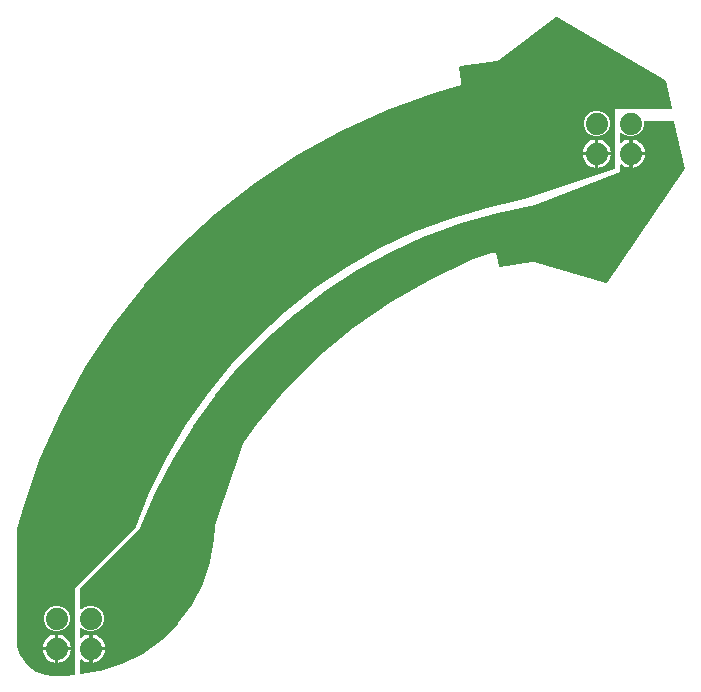
<source format=gtl>
G04 EAGLE Gerber X2 export*
G75*
%MOMM*%
%FSLAX34Y34*%
%LPD*%
%AMOC8*
5,1,8,0,0,1.08239X$1,22.5*%
G01*
%ADD10C,1.879600*%

G36*
X43185Y2543D02*
X43185Y2543D01*
X43203Y2541D01*
X50830Y2839D01*
X50835Y2840D01*
X50839Y2840D01*
X50955Y2865D01*
X51071Y2888D01*
X51075Y2891D01*
X51080Y2892D01*
X51182Y2953D01*
X51283Y3012D01*
X51287Y3015D01*
X51291Y3018D01*
X51368Y3108D01*
X51446Y3197D01*
X51448Y3201D01*
X51451Y3205D01*
X51495Y3315D01*
X51541Y3423D01*
X51541Y3428D01*
X51543Y3433D01*
X51561Y3600D01*
X51561Y75885D01*
X102138Y126462D01*
X102179Y126518D01*
X102227Y126568D01*
X102263Y126635D01*
X102282Y126661D01*
X102288Y126682D01*
X102306Y126716D01*
X114364Y156701D01*
X128616Y185675D01*
X144994Y213503D01*
X163405Y240030D01*
X183748Y265106D01*
X205907Y288592D01*
X229760Y310357D01*
X255172Y330278D01*
X282002Y348244D01*
X310099Y364156D01*
X339307Y377922D01*
X369463Y389468D01*
X400396Y398728D01*
X431963Y405656D01*
X431989Y405667D01*
X432041Y405678D01*
X508241Y431078D01*
X508259Y431088D01*
X508280Y431092D01*
X508368Y431145D01*
X508458Y431192D01*
X508473Y431207D01*
X508491Y431218D01*
X508558Y431296D01*
X508628Y431370D01*
X508637Y431389D01*
X508651Y431405D01*
X508689Y431500D01*
X508733Y431593D01*
X508735Y431614D01*
X508743Y431633D01*
X508761Y431800D01*
X508761Y481839D01*
X556252Y481839D01*
X556351Y481855D01*
X556450Y481865D01*
X556472Y481875D01*
X556495Y481879D01*
X556583Y481925D01*
X556674Y481966D01*
X556691Y481982D01*
X556713Y481994D01*
X556781Y482066D01*
X556854Y482134D01*
X556865Y482155D01*
X556882Y482172D01*
X556924Y482262D01*
X556971Y482350D01*
X556975Y482373D01*
X556986Y482395D01*
X556997Y482494D01*
X557014Y482592D01*
X557011Y482622D01*
X557013Y482639D01*
X557006Y482672D01*
X556997Y482759D01*
X552047Y505954D01*
X552009Y506053D01*
X551974Y506154D01*
X551964Y506167D01*
X551958Y506183D01*
X551890Y506265D01*
X551825Y506349D01*
X551808Y506362D01*
X551800Y506371D01*
X551774Y506387D01*
X551690Y506450D01*
X460342Y560472D01*
X460234Y560514D01*
X460126Y560559D01*
X460119Y560559D01*
X460113Y560562D01*
X459998Y560567D01*
X459881Y560575D01*
X459874Y560573D01*
X459867Y560573D01*
X459756Y560541D01*
X459643Y560512D01*
X459636Y560507D01*
X459631Y560506D01*
X459614Y560494D01*
X459499Y560427D01*
X410848Y524035D01*
X410830Y524015D01*
X410807Y524001D01*
X410693Y523879D01*
X410353Y523421D01*
X410138Y523389D01*
X410039Y523357D01*
X409938Y523331D01*
X409918Y523319D01*
X409904Y523314D01*
X409878Y523295D01*
X409793Y523246D01*
X409619Y523115D01*
X409055Y523196D01*
X409029Y523196D01*
X409003Y523202D01*
X408835Y523196D01*
X378067Y518638D01*
X377956Y518602D01*
X377845Y518569D01*
X377839Y518565D01*
X377832Y518563D01*
X377739Y518494D01*
X377644Y518427D01*
X377640Y518421D01*
X377634Y518417D01*
X377567Y518322D01*
X377499Y518228D01*
X377497Y518222D01*
X377493Y518216D01*
X377460Y518104D01*
X377425Y517994D01*
X377425Y517985D01*
X377423Y517980D01*
X377424Y517960D01*
X377419Y517826D01*
X378430Y504693D01*
X378436Y504666D01*
X378454Y504553D01*
X378647Y503836D01*
X378631Y503807D01*
X378623Y503788D01*
X378611Y503771D01*
X378585Y503688D01*
X378566Y503648D01*
X378565Y503632D01*
X378544Y503577D01*
X378543Y503556D01*
X378537Y503536D01*
X378531Y503369D01*
X378534Y503336D01*
X378050Y502771D01*
X378036Y502747D01*
X377968Y502655D01*
X377598Y502011D01*
X377566Y502002D01*
X377547Y501994D01*
X377527Y501991D01*
X377435Y501943D01*
X377342Y501901D01*
X377327Y501887D01*
X377308Y501877D01*
X377186Y501763D01*
X377164Y501737D01*
X376453Y501683D01*
X376437Y501679D01*
X376299Y501655D01*
X356104Y495768D01*
X356089Y495761D01*
X356061Y495754D01*
X315938Y481379D01*
X315919Y481368D01*
X315882Y481356D01*
X277046Y463799D01*
X277028Y463786D01*
X276991Y463771D01*
X239695Y443146D01*
X239677Y443132D01*
X239642Y443114D01*
X204126Y419555D01*
X204110Y419539D01*
X204077Y419519D01*
X170571Y393178D01*
X170556Y393161D01*
X170525Y393138D01*
X139248Y364186D01*
X139234Y364169D01*
X139205Y364143D01*
X110359Y332769D01*
X110346Y332750D01*
X110319Y332722D01*
X84091Y299128D01*
X84081Y299109D01*
X84067Y299095D01*
X84065Y299090D01*
X84055Y299078D01*
X60616Y263483D01*
X60607Y263462D01*
X60584Y263430D01*
X40085Y226064D01*
X40078Y226043D01*
X40058Y226009D01*
X22632Y187115D01*
X22626Y187093D01*
X22609Y187058D01*
X8369Y146888D01*
X8366Y146871D01*
X8355Y146844D01*
X2570Y126747D01*
X2568Y126725D01*
X2559Y126703D01*
X2541Y126537D01*
X2541Y32248D01*
X2544Y32227D01*
X2543Y32189D01*
X2899Y27661D01*
X2901Y27655D01*
X2900Y27649D01*
X2934Y27485D01*
X5733Y18872D01*
X5749Y18840D01*
X5758Y18805D01*
X5841Y18660D01*
X11164Y11333D01*
X11190Y11308D01*
X11209Y11277D01*
X11333Y11164D01*
X18660Y5841D01*
X18691Y5825D01*
X18719Y5802D01*
X18872Y5733D01*
X27485Y2934D01*
X27491Y2933D01*
X27496Y2931D01*
X27660Y2899D01*
X32189Y2543D01*
X32211Y2545D01*
X32248Y2541D01*
X43174Y2541D01*
X43185Y2543D01*
G37*
G36*
X57216Y3582D02*
X57216Y3582D01*
X57268Y3585D01*
X72582Y5995D01*
X72614Y6005D01*
X72698Y6022D01*
X91433Y12069D01*
X91462Y12084D01*
X91542Y12114D01*
X109110Y20999D01*
X109136Y21019D01*
X109211Y21061D01*
X125183Y32569D01*
X125207Y32592D01*
X125274Y32646D01*
X139263Y46497D01*
X139283Y46524D01*
X139341Y46587D01*
X151007Y62444D01*
X151022Y62474D01*
X151069Y62545D01*
X160128Y80024D01*
X160138Y80055D01*
X160174Y80133D01*
X166406Y98807D01*
X166411Y98840D01*
X166434Y98922D01*
X169687Y118338D01*
X169687Y118368D01*
X169697Y118427D01*
X170143Y127544D01*
X170131Y127651D01*
X170124Y127757D01*
X170117Y127776D01*
X170115Y127789D01*
X170102Y127817D01*
X170067Y127915D01*
X169975Y128105D01*
X170143Y128592D01*
X170150Y128630D01*
X170165Y128666D01*
X170185Y128833D01*
X170190Y129348D01*
X170386Y129540D01*
X170440Y129614D01*
X170501Y129683D01*
X170518Y129720D01*
X170531Y129738D01*
X170541Y129769D01*
X170573Y129835D01*
X194170Y198145D01*
X194189Y198250D01*
X194211Y198356D01*
X194210Y198375D01*
X194212Y198387D01*
X194208Y198417D01*
X194201Y198524D01*
X194167Y198721D01*
X194504Y199201D01*
X194514Y199222D01*
X194529Y199239D01*
X194601Y199390D01*
X194792Y199944D01*
X194973Y200032D01*
X195061Y200094D01*
X195151Y200153D01*
X195164Y200167D01*
X195174Y200174D01*
X195191Y200198D01*
X195262Y200279D01*
X205852Y215327D01*
X230670Y244765D01*
X257960Y271928D01*
X287513Y296609D01*
X319105Y318621D01*
X352496Y337796D01*
X387430Y353987D01*
X404514Y360160D01*
X404545Y360177D01*
X404578Y360187D01*
X404651Y360237D01*
X404729Y360280D01*
X404752Y360306D01*
X404781Y360325D01*
X404864Y360424D01*
X405660Y360583D01*
X405690Y360595D01*
X405769Y360613D01*
X406533Y360890D01*
X406559Y360875D01*
X406646Y360859D01*
X406732Y360835D01*
X406766Y360836D01*
X406801Y360830D01*
X406929Y360841D01*
X407604Y360391D01*
X407634Y360377D01*
X407703Y360335D01*
X408439Y359990D01*
X408446Y359962D01*
X408497Y359889D01*
X408540Y359811D01*
X408566Y359788D01*
X408585Y359759D01*
X408684Y359676D01*
X408843Y358880D01*
X408855Y358849D01*
X408874Y358771D01*
X409150Y358007D01*
X409135Y357981D01*
X409119Y357894D01*
X409095Y357808D01*
X409096Y357774D01*
X409090Y357739D01*
X409105Y357572D01*
X410804Y349073D01*
X410807Y349066D01*
X410807Y349059D01*
X410850Y348952D01*
X410891Y348843D01*
X410896Y348837D01*
X410899Y348830D01*
X410973Y348742D01*
X411046Y348653D01*
X411053Y348649D01*
X411058Y348643D01*
X411157Y348583D01*
X411255Y348521D01*
X411262Y348520D01*
X411268Y348516D01*
X411381Y348491D01*
X411494Y348464D01*
X411501Y348464D01*
X411509Y348463D01*
X411676Y348472D01*
X438462Y352936D01*
X438501Y352949D01*
X438542Y352954D01*
X438689Y353013D01*
X438695Y353015D01*
X438696Y353016D01*
X438698Y353017D01*
X439142Y353256D01*
X439415Y353174D01*
X439504Y353162D01*
X439592Y353143D01*
X439635Y353146D01*
X439659Y353142D01*
X439690Y353149D01*
X439759Y353152D01*
X440040Y353199D01*
X440451Y352906D01*
X440488Y352888D01*
X440520Y352862D01*
X440666Y352800D01*
X440672Y352797D01*
X440673Y352797D01*
X440675Y352796D01*
X501339Y334597D01*
X501365Y334593D01*
X501389Y334584D01*
X501487Y334578D01*
X501583Y334565D01*
X501609Y334570D01*
X501635Y334568D01*
X501729Y334594D01*
X501825Y334613D01*
X501847Y334626D01*
X501872Y334632D01*
X501954Y334687D01*
X502038Y334735D01*
X502055Y334754D01*
X502077Y334769D01*
X502186Y334896D01*
X567843Y430796D01*
X567886Y430888D01*
X567934Y430976D01*
X567938Y430998D01*
X567948Y431019D01*
X567959Y431119D01*
X567976Y431218D01*
X567973Y431246D01*
X567975Y431263D01*
X567969Y431295D01*
X567960Y431385D01*
X559436Y471329D01*
X559413Y471388D01*
X559399Y471450D01*
X559368Y471502D01*
X559346Y471558D01*
X559306Y471607D01*
X559273Y471661D01*
X559227Y471700D01*
X559189Y471747D01*
X559135Y471780D01*
X559086Y471821D01*
X559030Y471843D01*
X558979Y471875D01*
X558917Y471889D01*
X558858Y471913D01*
X558771Y471922D01*
X558739Y471930D01*
X558721Y471928D01*
X558692Y471931D01*
X534162Y471931D01*
X534142Y471928D01*
X534123Y471930D01*
X534021Y471908D01*
X533919Y471892D01*
X533902Y471882D01*
X533882Y471878D01*
X533793Y471825D01*
X533702Y471776D01*
X533688Y471762D01*
X533671Y471752D01*
X533604Y471673D01*
X533532Y471598D01*
X533524Y471580D01*
X533511Y471565D01*
X533472Y471469D01*
X533429Y471375D01*
X533427Y471355D01*
X533419Y471337D01*
X533401Y471170D01*
X533401Y467727D01*
X531738Y463713D01*
X528665Y460640D01*
X524651Y458977D01*
X520305Y458977D01*
X516291Y460640D01*
X514888Y462043D01*
X514830Y462084D01*
X514778Y462134D01*
X514731Y462156D01*
X514689Y462186D01*
X514620Y462207D01*
X514555Y462237D01*
X514503Y462243D01*
X514453Y462259D01*
X514382Y462257D01*
X514311Y462265D01*
X514260Y462254D01*
X514208Y462252D01*
X514140Y462228D01*
X514070Y462212D01*
X514026Y462186D01*
X513977Y462168D01*
X513921Y462123D01*
X513859Y462086D01*
X513825Y462047D01*
X513785Y462014D01*
X513746Y461954D01*
X513699Y461899D01*
X513680Y461851D01*
X513652Y461807D01*
X513634Y461738D01*
X513607Y461671D01*
X513599Y461600D01*
X513591Y461569D01*
X513593Y461545D01*
X513589Y461504D01*
X513589Y454293D01*
X513591Y454281D01*
X513589Y454269D01*
X513611Y454160D01*
X513629Y454050D01*
X513634Y454039D01*
X513636Y454028D01*
X513692Y453931D01*
X513744Y453833D01*
X513752Y453824D01*
X513758Y453814D01*
X513841Y453740D01*
X513922Y453663D01*
X513933Y453658D01*
X513942Y453650D01*
X514044Y453606D01*
X514145Y453560D01*
X514157Y453558D01*
X514168Y453554D01*
X514279Y453545D01*
X514389Y453532D01*
X514401Y453535D01*
X514413Y453534D01*
X514521Y453561D01*
X514630Y453585D01*
X514640Y453591D01*
X514652Y453594D01*
X514797Y453677D01*
X516221Y454711D01*
X517895Y455564D01*
X519682Y456145D01*
X520955Y456346D01*
X520955Y445262D01*
X520958Y445242D01*
X520956Y445223D01*
X520978Y445121D01*
X520995Y445019D01*
X521004Y445002D01*
X521008Y444982D01*
X521061Y444893D01*
X521110Y444802D01*
X521124Y444788D01*
X521134Y444771D01*
X521213Y444704D01*
X521288Y444633D01*
X521306Y444624D01*
X521321Y444611D01*
X521417Y444573D01*
X521511Y444529D01*
X521531Y444527D01*
X521549Y444519D01*
X521716Y444501D01*
X522479Y444501D01*
X522479Y444499D01*
X521716Y444499D01*
X521696Y444496D01*
X521677Y444498D01*
X521575Y444476D01*
X521473Y444459D01*
X521456Y444450D01*
X521436Y444446D01*
X521347Y444393D01*
X521256Y444344D01*
X521242Y444330D01*
X521225Y444320D01*
X521158Y444241D01*
X521087Y444166D01*
X521078Y444148D01*
X521065Y444133D01*
X521026Y444037D01*
X520983Y443943D01*
X520981Y443923D01*
X520973Y443905D01*
X520955Y443738D01*
X520955Y432654D01*
X519682Y432855D01*
X517895Y433436D01*
X516221Y434289D01*
X514797Y435323D01*
X514787Y435329D01*
X514778Y435337D01*
X514677Y435384D01*
X514578Y435434D01*
X514566Y435435D01*
X514555Y435440D01*
X514444Y435453D01*
X514334Y435468D01*
X514322Y435466D01*
X514311Y435468D01*
X514202Y435444D01*
X514092Y435424D01*
X514082Y435418D01*
X514070Y435415D01*
X513974Y435358D01*
X513877Y435304D01*
X513869Y435295D01*
X513859Y435289D01*
X513786Y435204D01*
X513712Y435122D01*
X513707Y435111D01*
X513699Y435102D01*
X513657Y434999D01*
X513613Y434897D01*
X513612Y434885D01*
X513607Y434874D01*
X513589Y434707D01*
X513589Y428512D01*
X441746Y400783D01*
X410185Y394415D01*
X410165Y394407D01*
X410129Y394401D01*
X379070Y385674D01*
X379051Y385665D01*
X379016Y385657D01*
X348695Y374633D01*
X348677Y374623D01*
X348642Y374612D01*
X319231Y361353D01*
X319213Y361341D01*
X319180Y361328D01*
X290841Y345908D01*
X290824Y345895D01*
X290792Y345879D01*
X263685Y328385D01*
X263669Y328370D01*
X263638Y328352D01*
X243685Y313249D01*
X237914Y308881D01*
X237899Y308866D01*
X237870Y308845D01*
X213673Y287506D01*
X213659Y287490D01*
X213631Y287467D01*
X191097Y264379D01*
X191084Y264362D01*
X191058Y264337D01*
X170312Y239630D01*
X170301Y239612D01*
X170277Y239585D01*
X151435Y213396D01*
X151426Y213377D01*
X151403Y213349D01*
X134571Y185826D01*
X134563Y185806D01*
X134543Y185776D01*
X119815Y157072D01*
X119808Y157052D01*
X119791Y157020D01*
X107306Y127433D01*
X56612Y76738D01*
X56559Y76664D01*
X56499Y76595D01*
X56487Y76565D01*
X56468Y76539D01*
X56441Y76452D01*
X56407Y76367D01*
X56403Y76326D01*
X56396Y76303D01*
X56397Y76271D01*
X56389Y76200D01*
X56389Y59196D01*
X56400Y59125D01*
X56402Y59053D01*
X56420Y59004D01*
X56429Y58953D01*
X56462Y58890D01*
X56487Y58822D01*
X56519Y58782D01*
X56544Y58736D01*
X56596Y58686D01*
X56640Y58630D01*
X56684Y58602D01*
X56722Y58566D01*
X56787Y58536D01*
X56847Y58497D01*
X56898Y58484D01*
X56945Y58463D01*
X57016Y58455D01*
X57086Y58437D01*
X57138Y58441D01*
X57189Y58435D01*
X57260Y58451D01*
X57331Y58456D01*
X57379Y58477D01*
X57430Y58488D01*
X57491Y58524D01*
X57557Y58553D01*
X57613Y58597D01*
X57641Y58614D01*
X57656Y58632D01*
X57688Y58657D01*
X59091Y60060D01*
X63105Y61723D01*
X67451Y61723D01*
X71465Y60060D01*
X74538Y56987D01*
X76201Y52973D01*
X76201Y48627D01*
X74538Y44613D01*
X71465Y41540D01*
X67451Y39877D01*
X63105Y39877D01*
X59091Y41540D01*
X57688Y42943D01*
X57630Y42984D01*
X57578Y43034D01*
X57558Y43043D01*
X57550Y43050D01*
X57525Y43060D01*
X57489Y43086D01*
X57420Y43107D01*
X57355Y43137D01*
X57325Y43141D01*
X57322Y43142D01*
X57299Y43144D01*
X57253Y43159D01*
X57188Y43157D01*
X57155Y43160D01*
X57150Y43160D01*
X57149Y43160D01*
X57111Y43165D01*
X57060Y43154D01*
X57008Y43152D01*
X56940Y43128D01*
X56913Y43122D01*
X56907Y43121D01*
X56906Y43120D01*
X56870Y43112D01*
X56826Y43086D01*
X56777Y43068D01*
X56721Y43023D01*
X56705Y43014D01*
X56690Y43006D01*
X56688Y43003D01*
X56659Y42986D01*
X56625Y42947D01*
X56585Y42914D01*
X56546Y42854D01*
X56521Y42827D01*
X56517Y42821D01*
X56499Y42799D01*
X56480Y42751D01*
X56452Y42707D01*
X56436Y42645D01*
X56417Y42604D01*
X56415Y42592D01*
X56407Y42571D01*
X56399Y42500D01*
X56391Y42469D01*
X56393Y42445D01*
X56389Y42404D01*
X56389Y35193D01*
X56391Y35181D01*
X56389Y35169D01*
X56411Y35060D01*
X56429Y34950D01*
X56434Y34939D01*
X56436Y34928D01*
X56492Y34831D01*
X56544Y34733D01*
X56552Y34724D01*
X56558Y34714D01*
X56641Y34640D01*
X56722Y34563D01*
X56733Y34558D01*
X56742Y34550D01*
X56844Y34506D01*
X56945Y34460D01*
X56957Y34458D01*
X56968Y34454D01*
X57079Y34445D01*
X57189Y34432D01*
X57201Y34435D01*
X57213Y34434D01*
X57321Y34461D01*
X57430Y34485D01*
X57440Y34491D01*
X57452Y34494D01*
X57597Y34577D01*
X59021Y35611D01*
X60695Y36464D01*
X62482Y37045D01*
X63755Y37246D01*
X63755Y26162D01*
X63758Y26142D01*
X63756Y26123D01*
X63778Y26021D01*
X63795Y25919D01*
X63804Y25902D01*
X63808Y25882D01*
X63861Y25793D01*
X63910Y25702D01*
X63924Y25688D01*
X63934Y25671D01*
X64013Y25604D01*
X64088Y25533D01*
X64106Y25524D01*
X64121Y25511D01*
X64217Y25473D01*
X64311Y25429D01*
X64331Y25427D01*
X64349Y25419D01*
X64516Y25401D01*
X65279Y25401D01*
X65279Y25399D01*
X64516Y25399D01*
X64496Y25396D01*
X64477Y25398D01*
X64375Y25376D01*
X64273Y25359D01*
X64256Y25350D01*
X64236Y25346D01*
X64147Y25293D01*
X64056Y25244D01*
X64042Y25230D01*
X64025Y25220D01*
X63958Y25141D01*
X63887Y25066D01*
X63878Y25048D01*
X63865Y25033D01*
X63826Y24937D01*
X63783Y24843D01*
X63781Y24823D01*
X63773Y24805D01*
X63755Y24638D01*
X63755Y13554D01*
X62482Y13755D01*
X60695Y14336D01*
X59021Y15189D01*
X57597Y16223D01*
X57587Y16229D01*
X57578Y16237D01*
X57477Y16284D01*
X57378Y16334D01*
X57366Y16335D01*
X57355Y16340D01*
X57244Y16353D01*
X57134Y16368D01*
X57122Y16366D01*
X57111Y16368D01*
X57002Y16344D01*
X56892Y16324D01*
X56882Y16318D01*
X56870Y16315D01*
X56774Y16258D01*
X56677Y16204D01*
X56669Y16195D01*
X56659Y16189D01*
X56587Y16104D01*
X56512Y16022D01*
X56507Y16011D01*
X56499Y16002D01*
X56457Y15899D01*
X56413Y15797D01*
X56412Y15785D01*
X56407Y15774D01*
X56389Y15607D01*
X56389Y4337D01*
X56402Y4259D01*
X56405Y4180D01*
X56421Y4138D01*
X56429Y4094D01*
X56466Y4024D01*
X56494Y3950D01*
X56523Y3916D01*
X56544Y3877D01*
X56601Y3822D01*
X56652Y3761D01*
X56690Y3738D01*
X56722Y3707D01*
X56794Y3674D01*
X56861Y3632D01*
X56905Y3622D01*
X56945Y3604D01*
X57024Y3595D01*
X57101Y3577D01*
X57160Y3580D01*
X57189Y3576D01*
X57216Y3582D01*
G37*
%LPC*%
G36*
X491349Y458977D02*
X491349Y458977D01*
X487335Y460640D01*
X484262Y463713D01*
X482599Y467727D01*
X482599Y472073D01*
X484262Y476087D01*
X487335Y479160D01*
X491349Y480823D01*
X495695Y480823D01*
X499709Y479160D01*
X502782Y476087D01*
X504445Y472073D01*
X504445Y467727D01*
X502782Y463713D01*
X499709Y460640D01*
X495695Y458977D01*
X491349Y458977D01*
G37*
%LPD*%
%LPC*%
G36*
X34149Y39877D02*
X34149Y39877D01*
X30135Y41540D01*
X27062Y44613D01*
X25399Y48627D01*
X25399Y52973D01*
X27062Y56987D01*
X30135Y60060D01*
X34149Y61723D01*
X38495Y61723D01*
X42509Y60060D01*
X45582Y56987D01*
X47245Y52973D01*
X47245Y48627D01*
X45582Y44613D01*
X42509Y41540D01*
X38495Y39877D01*
X34149Y39877D01*
G37*
%LPD*%
%LPC*%
G36*
X495045Y446023D02*
X495045Y446023D01*
X495045Y456346D01*
X496318Y456145D01*
X498105Y455564D01*
X499779Y454711D01*
X501300Y453606D01*
X502628Y452278D01*
X503733Y450757D01*
X504586Y449083D01*
X505167Y447296D01*
X505368Y446023D01*
X495045Y446023D01*
G37*
%LPD*%
%LPC*%
G36*
X524001Y446023D02*
X524001Y446023D01*
X524001Y456346D01*
X525274Y456145D01*
X527061Y455564D01*
X528735Y454711D01*
X530256Y453606D01*
X531584Y452278D01*
X532689Y450757D01*
X533542Y449083D01*
X534123Y447296D01*
X534324Y446023D01*
X524001Y446023D01*
G37*
%LPD*%
%LPC*%
G36*
X66801Y26923D02*
X66801Y26923D01*
X66801Y37246D01*
X68074Y37045D01*
X69861Y36464D01*
X71535Y35611D01*
X73056Y34506D01*
X74384Y33178D01*
X75489Y31657D01*
X76342Y29983D01*
X76923Y28196D01*
X77124Y26923D01*
X66801Y26923D01*
G37*
%LPD*%
%LPC*%
G36*
X37845Y26923D02*
X37845Y26923D01*
X37845Y37246D01*
X39118Y37045D01*
X40905Y36464D01*
X42579Y35611D01*
X44100Y34506D01*
X45428Y33178D01*
X46533Y31657D01*
X47386Y29983D01*
X47967Y28196D01*
X48168Y26923D01*
X37845Y26923D01*
G37*
%LPD*%
%LPC*%
G36*
X66801Y23877D02*
X66801Y23877D01*
X77124Y23877D01*
X76923Y22604D01*
X76342Y20817D01*
X75489Y19143D01*
X74384Y17622D01*
X73056Y16294D01*
X71535Y15189D01*
X69861Y14336D01*
X68074Y13755D01*
X66801Y13554D01*
X66801Y23877D01*
G37*
%LPD*%
%LPC*%
G36*
X37845Y23877D02*
X37845Y23877D01*
X48168Y23877D01*
X47967Y22604D01*
X47386Y20817D01*
X46533Y19143D01*
X45428Y17622D01*
X44100Y16294D01*
X42579Y15189D01*
X40905Y14336D01*
X39118Y13755D01*
X37845Y13554D01*
X37845Y23877D01*
G37*
%LPD*%
%LPC*%
G36*
X24476Y26923D02*
X24476Y26923D01*
X24677Y28196D01*
X25258Y29983D01*
X26111Y31657D01*
X27216Y33178D01*
X28544Y34506D01*
X30065Y35611D01*
X31739Y36464D01*
X33526Y37045D01*
X34799Y37246D01*
X34799Y26923D01*
X24476Y26923D01*
G37*
%LPD*%
%LPC*%
G36*
X524001Y442977D02*
X524001Y442977D01*
X534324Y442977D01*
X534123Y441704D01*
X533542Y439917D01*
X532689Y438243D01*
X531584Y436722D01*
X530256Y435394D01*
X528735Y434289D01*
X527061Y433436D01*
X525274Y432855D01*
X524001Y432654D01*
X524001Y442977D01*
G37*
%LPD*%
%LPC*%
G36*
X495045Y442977D02*
X495045Y442977D01*
X505368Y442977D01*
X505167Y441704D01*
X504586Y439917D01*
X503733Y438243D01*
X502628Y436722D01*
X501300Y435394D01*
X499779Y434289D01*
X498105Y433436D01*
X496318Y432855D01*
X495045Y432654D01*
X495045Y442977D01*
G37*
%LPD*%
%LPC*%
G36*
X481676Y446023D02*
X481676Y446023D01*
X481877Y447296D01*
X482458Y449083D01*
X483311Y450757D01*
X484416Y452278D01*
X485744Y453606D01*
X487265Y454711D01*
X488939Y455564D01*
X490726Y456145D01*
X491999Y456346D01*
X491999Y446023D01*
X481676Y446023D01*
G37*
%LPD*%
%LPC*%
G36*
X490726Y432855D02*
X490726Y432855D01*
X488939Y433436D01*
X487265Y434289D01*
X485744Y435394D01*
X484416Y436722D01*
X483311Y438243D01*
X482458Y439917D01*
X481877Y441704D01*
X481676Y442977D01*
X491999Y442977D01*
X491999Y432654D01*
X490726Y432855D01*
G37*
%LPD*%
%LPC*%
G36*
X33526Y13755D02*
X33526Y13755D01*
X31739Y14336D01*
X30065Y15189D01*
X28544Y16294D01*
X27216Y17622D01*
X26111Y19143D01*
X25258Y20817D01*
X24677Y22604D01*
X24476Y23877D01*
X34799Y23877D01*
X34799Y13554D01*
X33526Y13755D01*
G37*
%LPD*%
%LPC*%
G36*
X36321Y25399D02*
X36321Y25399D01*
X36321Y25401D01*
X36323Y25401D01*
X36323Y25399D01*
X36321Y25399D01*
G37*
%LPD*%
%LPC*%
G36*
X493521Y444499D02*
X493521Y444499D01*
X493521Y444501D01*
X493523Y444501D01*
X493523Y444499D01*
X493521Y444499D01*
G37*
%LPD*%
D10*
X493522Y444500D03*
X522478Y444500D03*
X493522Y469900D03*
X522478Y469900D03*
X36322Y25400D03*
X65278Y25400D03*
X36322Y50800D03*
X65278Y50800D03*
M02*

</source>
